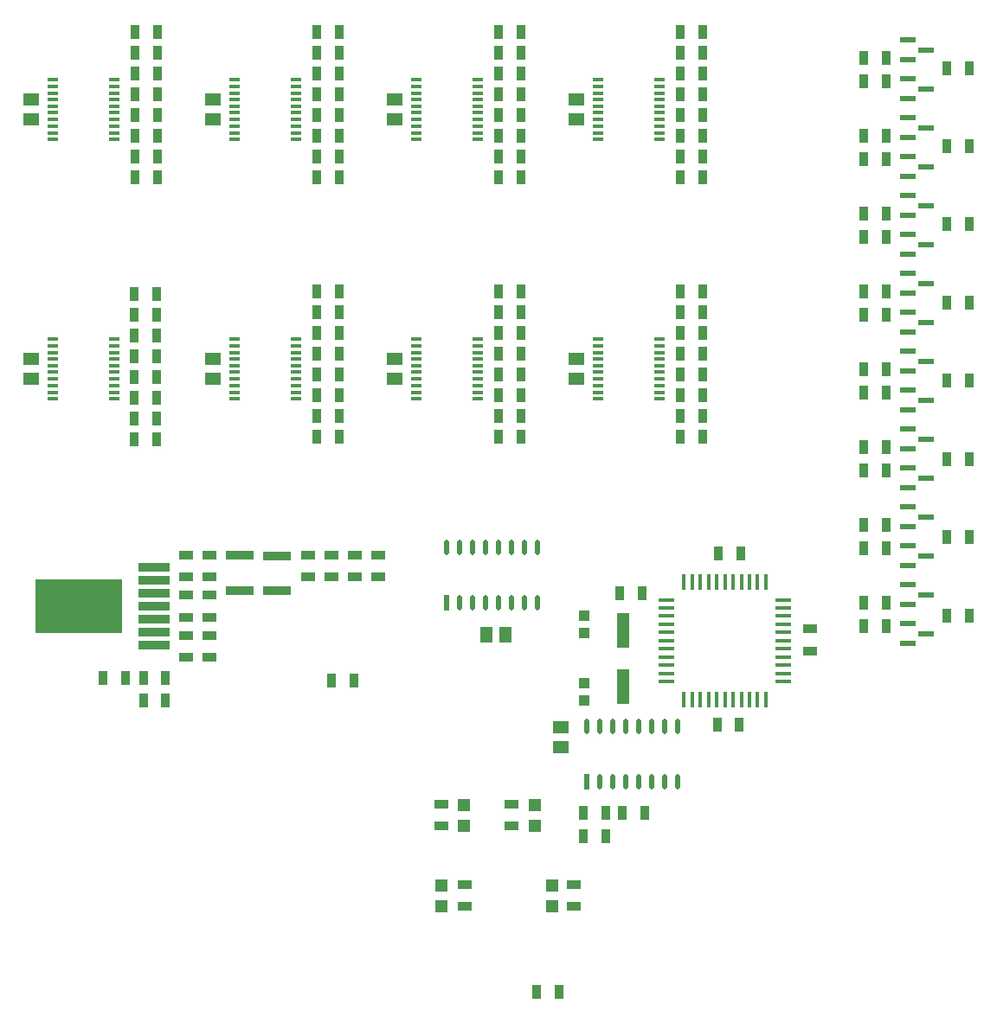
<source format=gtp>
%FSTAX23Y23*%
%MOIN*%
%SFA1B1*%

%IPPOS*%
%ADD10R,0.033470X0.055120*%
%ADD11R,0.039370X0.013780*%
%ADD12R,0.055120X0.033470*%
%ADD13O,0.021650X0.059060*%
%ADD14R,0.021650X0.059060*%
%ADD15R,0.059060X0.023620*%
%ADD16R,0.051180X0.045280*%
%ADD17R,0.059060X0.051180*%
%ADD18R,0.051180X0.059060*%
%ADD19R,0.110240X0.037400*%
%ADD20R,0.047240X0.137800*%
%ADD21R,0.015980X0.059060*%
%ADD22R,0.059060X0.015980*%
%ADD23R,0.120470X0.035040*%
%ADD24R,0.336220X0.210630*%
%ADD25R,0.039370X0.043310*%
%LNledcube-1*%
%LPD*%
G54D10*
X01584Y049D03*
X015D03*
X01584Y0482D03*
X015D03*
X01584Y0474D03*
X015D03*
X01584Y0466D03*
X015D03*
X01584Y0458D03*
X015D03*
X01584Y045D03*
X015D03*
X01584Y0442D03*
X015D03*
X01582Y0389D03*
X01497D03*
X01582Y0365D03*
X01497D03*
X01582Y0381D03*
X01497D03*
X01582Y0373D03*
X01497D03*
X02284Y039D03*
X022D03*
X02284Y0382D03*
X022D03*
X02284Y0374D03*
X022D03*
X02284Y0366D03*
X022D03*
X02284Y0358D03*
X022D03*
X02284Y035D03*
X022D03*
X02284Y0342D03*
X022D03*
X01582Y0333D03*
X01497D03*
X02284Y0334D03*
X022D03*
X02984Y039D03*
X029D03*
X02984Y0382D03*
X029D03*
X02984Y0374D03*
X029D03*
X02984Y0366D03*
X029D03*
X02984Y0358D03*
X029D03*
X02984Y035D03*
X029D03*
X02984Y0342D03*
X029D03*
X02984Y0334D03*
X029D03*
X03684Y039D03*
X036D03*
X03684Y0382D03*
X036D03*
X03684Y0374D03*
X036D03*
X03684Y0366D03*
X036D03*
X03684Y0358D03*
X036D03*
X03684Y035D03*
X036D03*
X03684Y0342D03*
X036D03*
X03684Y0334D03*
X036D03*
X03047Y012D03*
X03132D03*
X04627Y04458D03*
X04712D03*
X04627Y04157D03*
X04712D03*
X04627Y03855D03*
X04712D03*
X04627Y03554D03*
X04712D03*
X04627Y03252D03*
X04712D03*
X04627Y02951D03*
X04712D03*
X04627Y0265D03*
X04712D03*
X04392Y0471D03*
X04307D03*
X04392Y048D03*
X04307D03*
X04392Y0441D03*
X04307D03*
X04392Y045D03*
X04307D03*
X04392Y0411D03*
X04307D03*
X04392Y042D03*
X04307D03*
X04392Y0381D03*
X04307D03*
X04392Y039D03*
X04307D03*
X04392Y0351D03*
X04307D03*
X04392Y036D03*
X04307D03*
X04392Y0321D03*
X04307D03*
X04392Y033D03*
X04307D03*
X04392Y0291D03*
X04307D03*
X04392Y03D03*
X04307D03*
X04392Y0261D03*
X04307D03*
X04392Y027D03*
X04307D03*
X01582Y0341D03*
X01497D03*
X01582Y0349D03*
X01497D03*
X01582Y0357D03*
X01497D03*
X03684Y0434D03*
X036D03*
X02984D03*
X029D03*
X02284D03*
X022D03*
X01584D03*
X015D03*
X03684Y0442D03*
X036D03*
X02984D03*
X029D03*
X02284D03*
X022D03*
X03684Y045D03*
X036D03*
X02984D03*
X029D03*
X02284D03*
X022D03*
X03684Y0458D03*
X036D03*
X02984D03*
X029D03*
X02284D03*
X022D03*
X03684Y0466D03*
X036D03*
X02984D03*
X029D03*
X02284D03*
X022D03*
X03684Y0474D03*
X036D03*
X02984D03*
X029D03*
X02284D03*
X022D03*
X03684Y0482D03*
X036D03*
X02984D03*
X029D03*
X02284D03*
X022D03*
X03684Y049D03*
X036D03*
X02984D03*
X029D03*
X02284D03*
X022D03*
X03452Y02735D03*
X03367D03*
X03227Y018D03*
X03312D03*
X03377Y0189D03*
X03462D03*
X03227D03*
X03312D03*
X03742Y0223D03*
X03827D03*
X01532Y02409D03*
X01617D03*
X01532Y02321D03*
X01617D03*
X01462Y02408D03*
X01377D03*
X03832Y0289D03*
X03747D03*
X04627Y0476D03*
X04712D03*
X02342Y024D03*
X02257D03*
G54D11*
X02818Y03715D03*
Y03689D03*
Y03663D03*
Y03638D03*
Y03612D03*
Y03587D03*
Y03561D03*
Y03536D03*
Y0351D03*
Y03484D03*
X02581D03*
Y0351D03*
Y03536D03*
Y03561D03*
Y03587D03*
Y03612D03*
Y03638D03*
Y03663D03*
Y03689D03*
Y03715D03*
X03518D03*
Y03689D03*
Y03663D03*
Y03638D03*
Y03612D03*
Y03587D03*
Y03561D03*
Y03536D03*
Y0351D03*
Y03484D03*
X03281D03*
Y0351D03*
Y03536D03*
Y03561D03*
Y03587D03*
Y03612D03*
Y03638D03*
Y03663D03*
Y03689D03*
Y03715D03*
X01418D03*
Y03689D03*
Y03663D03*
Y03638D03*
Y03612D03*
Y03587D03*
Y03561D03*
Y03536D03*
Y0351D03*
Y03484D03*
X01181D03*
Y0351D03*
Y03536D03*
Y03561D03*
Y03587D03*
Y03612D03*
Y03638D03*
Y03663D03*
Y03689D03*
Y03715D03*
X03518Y04715D03*
Y04689D03*
Y04663D03*
Y04638D03*
Y04612D03*
Y04587D03*
Y04561D03*
Y04536D03*
Y0451D03*
Y04484D03*
X03281D03*
Y0451D03*
Y04536D03*
Y04561D03*
Y04587D03*
Y04612D03*
Y04638D03*
Y04663D03*
Y04689D03*
Y04715D03*
X02818D03*
Y04689D03*
Y04663D03*
Y04638D03*
Y04612D03*
Y04587D03*
Y04561D03*
Y04536D03*
Y0451D03*
Y04484D03*
X02581D03*
Y0451D03*
Y04536D03*
Y04561D03*
Y04587D03*
Y04612D03*
Y04638D03*
Y04663D03*
Y04689D03*
Y04715D03*
X02118D03*
Y04689D03*
Y04663D03*
Y04638D03*
Y04612D03*
Y04587D03*
Y04561D03*
Y04536D03*
Y0451D03*
Y04484D03*
X01881D03*
Y0451D03*
Y04536D03*
Y04561D03*
Y04587D03*
Y04612D03*
Y04638D03*
Y04663D03*
Y04689D03*
Y04715D03*
X01418D03*
Y04689D03*
Y04663D03*
Y04638D03*
Y04612D03*
Y04587D03*
Y04561D03*
Y04536D03*
Y0451D03*
Y04484D03*
X01181D03*
Y0451D03*
Y04536D03*
Y04561D03*
Y04587D03*
Y04612D03*
Y04638D03*
Y04663D03*
Y04689D03*
Y04715D03*
X02118Y03715D03*
Y03689D03*
Y03663D03*
Y03638D03*
Y03612D03*
Y03587D03*
Y03561D03*
Y03536D03*
Y0351D03*
Y03484D03*
X01881D03*
Y0351D03*
Y03536D03*
Y03561D03*
Y03587D03*
Y03612D03*
Y03638D03*
Y03663D03*
Y03689D03*
Y03715D03*
G54D12*
X0277Y01528D03*
Y01612D03*
X0319D03*
Y01528D03*
X041Y02512D03*
Y02597D03*
X02437Y02882D03*
Y02797D03*
X02346Y02882D03*
Y02797D03*
X0295Y01922D03*
Y01837D03*
X0268Y01922D03*
Y01837D03*
X01696Y02572D03*
Y02487D03*
X01785Y02572D03*
Y02487D03*
X01696Y02642D03*
Y02727D03*
X01785D03*
Y02642D03*
X02164Y02882D03*
Y02797D03*
X02255Y02882D03*
Y02797D03*
X01696Y02882D03*
Y02797D03*
X01785Y02882D03*
Y02797D03*
G54D13*
X0305Y02912D03*
X03D03*
X0295D03*
X029D03*
X0285D03*
X028D03*
X0275D03*
X027D03*
X0305Y027D03*
X03D03*
X0295D03*
X029D03*
X0285D03*
X028D03*
X0275D03*
X0329Y0201D03*
X0334D03*
X0339D03*
X0344D03*
X0349D03*
X0354D03*
X0359D03*
X0324Y02222D03*
X0329D03*
X0334D03*
X0339D03*
X0344D03*
X0349D03*
X0354D03*
X0359D03*
G54D14*
X027Y027D03*
X0324Y0201D03*
G54D15*
X04545Y0483D03*
X04474Y04792D03*
Y04867D03*
X04545Y0438D03*
X04474Y04342D03*
Y04417D03*
X04545Y0453D03*
X04474Y04492D03*
Y04567D03*
X04545Y0408D03*
X04474Y04042D03*
Y04117D03*
X04545Y0423D03*
X04474Y04192D03*
Y04267D03*
X04545Y0378D03*
X04474Y03742D03*
Y03817D03*
X04545Y0393D03*
X04474Y03892D03*
Y03967D03*
X04545Y0348D03*
X04474Y03442D03*
Y03517D03*
X04545Y0363D03*
X04474Y03592D03*
Y03667D03*
X04545Y0318D03*
X04474Y03142D03*
Y03217D03*
X04545Y0333D03*
X04474Y03292D03*
Y03367D03*
X04545Y0288D03*
X04474Y02842D03*
Y02917D03*
X04545Y0303D03*
X04474Y02992D03*
Y03067D03*
X04545Y0258D03*
X04474Y02542D03*
Y02617D03*
X04545Y0273D03*
X04474Y02692D03*
Y02767D03*
X04545Y0468D03*
X04474Y04642D03*
Y04717D03*
G54D16*
X03105Y01609D03*
Y0153D03*
X0304Y01919D03*
Y0184D03*
X02764Y01919D03*
Y0184D03*
X0268Y01609D03*
Y0153D03*
G54D17*
X011Y04637D03*
Y04562D03*
X018Y04637D03*
Y04562D03*
X025Y04637D03*
Y04562D03*
X032Y04637D03*
Y04562D03*
X011Y03637D03*
Y03562D03*
X018Y03637D03*
Y03562D03*
X025Y03637D03*
Y03562D03*
X032Y03637D03*
Y03562D03*
X0314Y02217D03*
Y02142D03*
G54D18*
X02927Y02575D03*
X02852D03*
G54D19*
X02046Y02745D03*
Y0288D03*
X01902Y02745D03*
Y02881D03*
G54D20*
X0338Y02376D03*
Y02593D03*
G54D21*
X03613Y02778D03*
X03645D03*
X03676D03*
X03708D03*
X03739D03*
X03771D03*
X03802D03*
X03834D03*
X03865D03*
X03897D03*
X03928D03*
Y02326D03*
X03897D03*
X03865D03*
X03834D03*
X03802D03*
X03771D03*
X03739D03*
X03708D03*
X03676D03*
X03645D03*
X03613D03*
G54D22*
X03997Y0271D03*
Y02678D03*
Y02647D03*
Y02615D03*
Y02584D03*
Y02552D03*
Y02521D03*
Y02489D03*
Y02458D03*
Y02426D03*
Y02395D03*
X03545D03*
Y02426D03*
Y02458D03*
Y02489D03*
Y02521D03*
Y02552D03*
Y02584D03*
Y02615D03*
Y02647D03*
Y02678D03*
Y0271D03*
G54D23*
X01571Y02835D03*
Y02785D03*
Y02735D03*
Y02685D03*
Y02635D03*
Y02585D03*
Y02535D03*
G54D24*
X01283Y02685D03*
G54D25*
X0323Y02648D03*
Y02581D03*
Y02388D03*
Y02321D03*
M02*
</source>
